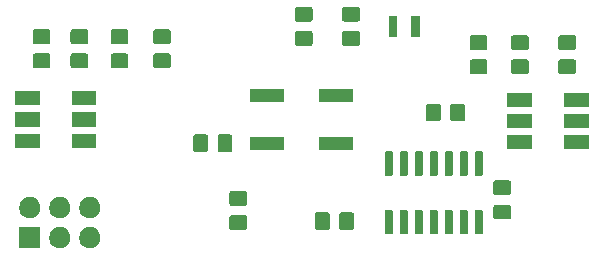
<source format=gbr>
G04 #@! TF.GenerationSoftware,KiCad,Pcbnew,(5.1.5)-3*
G04 #@! TF.CreationDate,2020-04-26T14:17:37-06:00*
G04 #@! TF.ProjectId,Dog Collar Light R1,446f6720-436f-46c6-9c61-72204c696768,rev?*
G04 #@! TF.SameCoordinates,Original*
G04 #@! TF.FileFunction,Soldermask,Top*
G04 #@! TF.FilePolarity,Negative*
%FSLAX46Y46*%
G04 Gerber Fmt 4.6, Leading zero omitted, Abs format (unit mm)*
G04 Created by KiCad (PCBNEW (5.1.5)-3) date 2020-04-26 14:17:37*
%MOMM*%
%LPD*%
G04 APERTURE LIST*
%ADD10C,0.100000*%
G04 APERTURE END LIST*
D10*
G36*
X158901000Y-124901000D02*
G01*
X157099000Y-124901000D01*
X157099000Y-123099000D01*
X158901000Y-123099000D01*
X158901000Y-124901000D01*
G37*
G36*
X160653512Y-123103927D02*
G01*
X160802812Y-123133624D01*
X160966784Y-123201544D01*
X161114354Y-123300147D01*
X161239853Y-123425646D01*
X161338456Y-123573216D01*
X161406376Y-123737188D01*
X161441000Y-123911259D01*
X161441000Y-124088741D01*
X161406376Y-124262812D01*
X161338456Y-124426784D01*
X161239853Y-124574354D01*
X161114354Y-124699853D01*
X160966784Y-124798456D01*
X160802812Y-124866376D01*
X160653512Y-124896073D01*
X160628742Y-124901000D01*
X160451258Y-124901000D01*
X160426488Y-124896073D01*
X160277188Y-124866376D01*
X160113216Y-124798456D01*
X159965646Y-124699853D01*
X159840147Y-124574354D01*
X159741544Y-124426784D01*
X159673624Y-124262812D01*
X159639000Y-124088741D01*
X159639000Y-123911259D01*
X159673624Y-123737188D01*
X159741544Y-123573216D01*
X159840147Y-123425646D01*
X159965646Y-123300147D01*
X160113216Y-123201544D01*
X160277188Y-123133624D01*
X160426488Y-123103927D01*
X160451258Y-123099000D01*
X160628742Y-123099000D01*
X160653512Y-123103927D01*
G37*
G36*
X163193512Y-123103927D02*
G01*
X163342812Y-123133624D01*
X163506784Y-123201544D01*
X163654354Y-123300147D01*
X163779853Y-123425646D01*
X163878456Y-123573216D01*
X163946376Y-123737188D01*
X163981000Y-123911259D01*
X163981000Y-124088741D01*
X163946376Y-124262812D01*
X163878456Y-124426784D01*
X163779853Y-124574354D01*
X163654354Y-124699853D01*
X163506784Y-124798456D01*
X163342812Y-124866376D01*
X163193512Y-124896073D01*
X163168742Y-124901000D01*
X162991258Y-124901000D01*
X162966488Y-124896073D01*
X162817188Y-124866376D01*
X162653216Y-124798456D01*
X162505646Y-124699853D01*
X162380147Y-124574354D01*
X162281544Y-124426784D01*
X162213624Y-124262812D01*
X162179000Y-124088741D01*
X162179000Y-123911259D01*
X162213624Y-123737188D01*
X162281544Y-123573216D01*
X162380147Y-123425646D01*
X162505646Y-123300147D01*
X162653216Y-123201544D01*
X162817188Y-123133624D01*
X162966488Y-123103927D01*
X162991258Y-123099000D01*
X163168742Y-123099000D01*
X163193512Y-123103927D01*
G37*
G36*
X193729928Y-121651764D02*
G01*
X193751009Y-121658160D01*
X193770445Y-121668548D01*
X193787476Y-121682524D01*
X193801452Y-121699555D01*
X193811840Y-121718991D01*
X193818236Y-121740072D01*
X193821000Y-121768140D01*
X193821000Y-123581860D01*
X193818236Y-123609928D01*
X193811840Y-123631009D01*
X193801452Y-123650445D01*
X193787476Y-123667476D01*
X193770445Y-123681452D01*
X193751009Y-123691840D01*
X193729928Y-123698236D01*
X193701860Y-123701000D01*
X193238140Y-123701000D01*
X193210072Y-123698236D01*
X193188991Y-123691840D01*
X193169555Y-123681452D01*
X193152524Y-123667476D01*
X193138548Y-123650445D01*
X193128160Y-123631009D01*
X193121764Y-123609928D01*
X193119000Y-123581860D01*
X193119000Y-121768140D01*
X193121764Y-121740072D01*
X193128160Y-121718991D01*
X193138548Y-121699555D01*
X193152524Y-121682524D01*
X193169555Y-121668548D01*
X193188991Y-121658160D01*
X193210072Y-121651764D01*
X193238140Y-121649000D01*
X193701860Y-121649000D01*
X193729928Y-121651764D01*
G37*
G36*
X188649928Y-121651764D02*
G01*
X188671009Y-121658160D01*
X188690445Y-121668548D01*
X188707476Y-121682524D01*
X188721452Y-121699555D01*
X188731840Y-121718991D01*
X188738236Y-121740072D01*
X188741000Y-121768140D01*
X188741000Y-123581860D01*
X188738236Y-123609928D01*
X188731840Y-123631009D01*
X188721452Y-123650445D01*
X188707476Y-123667476D01*
X188690445Y-123681452D01*
X188671009Y-123691840D01*
X188649928Y-123698236D01*
X188621860Y-123701000D01*
X188158140Y-123701000D01*
X188130072Y-123698236D01*
X188108991Y-123691840D01*
X188089555Y-123681452D01*
X188072524Y-123667476D01*
X188058548Y-123650445D01*
X188048160Y-123631009D01*
X188041764Y-123609928D01*
X188039000Y-123581860D01*
X188039000Y-121768140D01*
X188041764Y-121740072D01*
X188048160Y-121718991D01*
X188058548Y-121699555D01*
X188072524Y-121682524D01*
X188089555Y-121668548D01*
X188108991Y-121658160D01*
X188130072Y-121651764D01*
X188158140Y-121649000D01*
X188621860Y-121649000D01*
X188649928Y-121651764D01*
G37*
G36*
X189919928Y-121651764D02*
G01*
X189941009Y-121658160D01*
X189960445Y-121668548D01*
X189977476Y-121682524D01*
X189991452Y-121699555D01*
X190001840Y-121718991D01*
X190008236Y-121740072D01*
X190011000Y-121768140D01*
X190011000Y-123581860D01*
X190008236Y-123609928D01*
X190001840Y-123631009D01*
X189991452Y-123650445D01*
X189977476Y-123667476D01*
X189960445Y-123681452D01*
X189941009Y-123691840D01*
X189919928Y-123698236D01*
X189891860Y-123701000D01*
X189428140Y-123701000D01*
X189400072Y-123698236D01*
X189378991Y-123691840D01*
X189359555Y-123681452D01*
X189342524Y-123667476D01*
X189328548Y-123650445D01*
X189318160Y-123631009D01*
X189311764Y-123609928D01*
X189309000Y-123581860D01*
X189309000Y-121768140D01*
X189311764Y-121740072D01*
X189318160Y-121718991D01*
X189328548Y-121699555D01*
X189342524Y-121682524D01*
X189359555Y-121668548D01*
X189378991Y-121658160D01*
X189400072Y-121651764D01*
X189428140Y-121649000D01*
X189891860Y-121649000D01*
X189919928Y-121651764D01*
G37*
G36*
X191189928Y-121651764D02*
G01*
X191211009Y-121658160D01*
X191230445Y-121668548D01*
X191247476Y-121682524D01*
X191261452Y-121699555D01*
X191271840Y-121718991D01*
X191278236Y-121740072D01*
X191281000Y-121768140D01*
X191281000Y-123581860D01*
X191278236Y-123609928D01*
X191271840Y-123631009D01*
X191261452Y-123650445D01*
X191247476Y-123667476D01*
X191230445Y-123681452D01*
X191211009Y-123691840D01*
X191189928Y-123698236D01*
X191161860Y-123701000D01*
X190698140Y-123701000D01*
X190670072Y-123698236D01*
X190648991Y-123691840D01*
X190629555Y-123681452D01*
X190612524Y-123667476D01*
X190598548Y-123650445D01*
X190588160Y-123631009D01*
X190581764Y-123609928D01*
X190579000Y-123581860D01*
X190579000Y-121768140D01*
X190581764Y-121740072D01*
X190588160Y-121718991D01*
X190598548Y-121699555D01*
X190612524Y-121682524D01*
X190629555Y-121668548D01*
X190648991Y-121658160D01*
X190670072Y-121651764D01*
X190698140Y-121649000D01*
X191161860Y-121649000D01*
X191189928Y-121651764D01*
G37*
G36*
X192459928Y-121651764D02*
G01*
X192481009Y-121658160D01*
X192500445Y-121668548D01*
X192517476Y-121682524D01*
X192531452Y-121699555D01*
X192541840Y-121718991D01*
X192548236Y-121740072D01*
X192551000Y-121768140D01*
X192551000Y-123581860D01*
X192548236Y-123609928D01*
X192541840Y-123631009D01*
X192531452Y-123650445D01*
X192517476Y-123667476D01*
X192500445Y-123681452D01*
X192481009Y-123691840D01*
X192459928Y-123698236D01*
X192431860Y-123701000D01*
X191968140Y-123701000D01*
X191940072Y-123698236D01*
X191918991Y-123691840D01*
X191899555Y-123681452D01*
X191882524Y-123667476D01*
X191868548Y-123650445D01*
X191858160Y-123631009D01*
X191851764Y-123609928D01*
X191849000Y-123581860D01*
X191849000Y-121768140D01*
X191851764Y-121740072D01*
X191858160Y-121718991D01*
X191868548Y-121699555D01*
X191882524Y-121682524D01*
X191899555Y-121668548D01*
X191918991Y-121658160D01*
X191940072Y-121651764D01*
X191968140Y-121649000D01*
X192431860Y-121649000D01*
X192459928Y-121651764D01*
G37*
G36*
X194999928Y-121651764D02*
G01*
X195021009Y-121658160D01*
X195040445Y-121668548D01*
X195057476Y-121682524D01*
X195071452Y-121699555D01*
X195081840Y-121718991D01*
X195088236Y-121740072D01*
X195091000Y-121768140D01*
X195091000Y-123581860D01*
X195088236Y-123609928D01*
X195081840Y-123631009D01*
X195071452Y-123650445D01*
X195057476Y-123667476D01*
X195040445Y-123681452D01*
X195021009Y-123691840D01*
X194999928Y-123698236D01*
X194971860Y-123701000D01*
X194508140Y-123701000D01*
X194480072Y-123698236D01*
X194458991Y-123691840D01*
X194439555Y-123681452D01*
X194422524Y-123667476D01*
X194408548Y-123650445D01*
X194398160Y-123631009D01*
X194391764Y-123609928D01*
X194389000Y-123581860D01*
X194389000Y-121768140D01*
X194391764Y-121740072D01*
X194398160Y-121718991D01*
X194408548Y-121699555D01*
X194422524Y-121682524D01*
X194439555Y-121668548D01*
X194458991Y-121658160D01*
X194480072Y-121651764D01*
X194508140Y-121649000D01*
X194971860Y-121649000D01*
X194999928Y-121651764D01*
G37*
G36*
X196269928Y-121651764D02*
G01*
X196291009Y-121658160D01*
X196310445Y-121668548D01*
X196327476Y-121682524D01*
X196341452Y-121699555D01*
X196351840Y-121718991D01*
X196358236Y-121740072D01*
X196361000Y-121768140D01*
X196361000Y-123581860D01*
X196358236Y-123609928D01*
X196351840Y-123631009D01*
X196341452Y-123650445D01*
X196327476Y-123667476D01*
X196310445Y-123681452D01*
X196291009Y-123691840D01*
X196269928Y-123698236D01*
X196241860Y-123701000D01*
X195778140Y-123701000D01*
X195750072Y-123698236D01*
X195728991Y-123691840D01*
X195709555Y-123681452D01*
X195692524Y-123667476D01*
X195678548Y-123650445D01*
X195668160Y-123631009D01*
X195661764Y-123609928D01*
X195659000Y-123581860D01*
X195659000Y-121768140D01*
X195661764Y-121740072D01*
X195668160Y-121718991D01*
X195678548Y-121699555D01*
X195692524Y-121682524D01*
X195709555Y-121668548D01*
X195728991Y-121658160D01*
X195750072Y-121651764D01*
X195778140Y-121649000D01*
X196241860Y-121649000D01*
X196269928Y-121651764D01*
G37*
G36*
X176238674Y-122103465D02*
G01*
X176276367Y-122114899D01*
X176311103Y-122133466D01*
X176341548Y-122158452D01*
X176366534Y-122188897D01*
X176385101Y-122223633D01*
X176396535Y-122261326D01*
X176401000Y-122306661D01*
X176401000Y-123143339D01*
X176396535Y-123188674D01*
X176385101Y-123226367D01*
X176366534Y-123261103D01*
X176341548Y-123291548D01*
X176311103Y-123316534D01*
X176276367Y-123335101D01*
X176238674Y-123346535D01*
X176193339Y-123351000D01*
X175106661Y-123351000D01*
X175061326Y-123346535D01*
X175023633Y-123335101D01*
X174988897Y-123316534D01*
X174958452Y-123291548D01*
X174933466Y-123261103D01*
X174914899Y-123226367D01*
X174903465Y-123188674D01*
X174899000Y-123143339D01*
X174899000Y-122306661D01*
X174903465Y-122261326D01*
X174914899Y-122223633D01*
X174933466Y-122188897D01*
X174958452Y-122158452D01*
X174988897Y-122133466D01*
X175023633Y-122114899D01*
X175061326Y-122103465D01*
X175106661Y-122099000D01*
X176193339Y-122099000D01*
X176238674Y-122103465D01*
G37*
G36*
X183238674Y-121853465D02*
G01*
X183276367Y-121864899D01*
X183311103Y-121883466D01*
X183341548Y-121908452D01*
X183366534Y-121938897D01*
X183385101Y-121973633D01*
X183396535Y-122011326D01*
X183401000Y-122056661D01*
X183401000Y-123143339D01*
X183396535Y-123188674D01*
X183385101Y-123226367D01*
X183366534Y-123261103D01*
X183341548Y-123291548D01*
X183311103Y-123316534D01*
X183276367Y-123335101D01*
X183238674Y-123346535D01*
X183193339Y-123351000D01*
X182356661Y-123351000D01*
X182311326Y-123346535D01*
X182273633Y-123335101D01*
X182238897Y-123316534D01*
X182208452Y-123291548D01*
X182183466Y-123261103D01*
X182164899Y-123226367D01*
X182153465Y-123188674D01*
X182149000Y-123143339D01*
X182149000Y-122056661D01*
X182153465Y-122011326D01*
X182164899Y-121973633D01*
X182183466Y-121938897D01*
X182208452Y-121908452D01*
X182238897Y-121883466D01*
X182273633Y-121864899D01*
X182311326Y-121853465D01*
X182356661Y-121849000D01*
X183193339Y-121849000D01*
X183238674Y-121853465D01*
G37*
G36*
X185288674Y-121853465D02*
G01*
X185326367Y-121864899D01*
X185361103Y-121883466D01*
X185391548Y-121908452D01*
X185416534Y-121938897D01*
X185435101Y-121973633D01*
X185446535Y-122011326D01*
X185451000Y-122056661D01*
X185451000Y-123143339D01*
X185446535Y-123188674D01*
X185435101Y-123226367D01*
X185416534Y-123261103D01*
X185391548Y-123291548D01*
X185361103Y-123316534D01*
X185326367Y-123335101D01*
X185288674Y-123346535D01*
X185243339Y-123351000D01*
X184406661Y-123351000D01*
X184361326Y-123346535D01*
X184323633Y-123335101D01*
X184288897Y-123316534D01*
X184258452Y-123291548D01*
X184233466Y-123261103D01*
X184214899Y-123226367D01*
X184203465Y-123188674D01*
X184199000Y-123143339D01*
X184199000Y-122056661D01*
X184203465Y-122011326D01*
X184214899Y-121973633D01*
X184233466Y-121938897D01*
X184258452Y-121908452D01*
X184288897Y-121883466D01*
X184323633Y-121864899D01*
X184361326Y-121853465D01*
X184406661Y-121849000D01*
X185243339Y-121849000D01*
X185288674Y-121853465D01*
G37*
G36*
X198588674Y-121203465D02*
G01*
X198626367Y-121214899D01*
X198661103Y-121233466D01*
X198691548Y-121258452D01*
X198716534Y-121288897D01*
X198735101Y-121323633D01*
X198746535Y-121361326D01*
X198751000Y-121406661D01*
X198751000Y-122243339D01*
X198746535Y-122288674D01*
X198735101Y-122326367D01*
X198716534Y-122361103D01*
X198691548Y-122391548D01*
X198661103Y-122416534D01*
X198626367Y-122435101D01*
X198588674Y-122446535D01*
X198543339Y-122451000D01*
X197456661Y-122451000D01*
X197411326Y-122446535D01*
X197373633Y-122435101D01*
X197338897Y-122416534D01*
X197308452Y-122391548D01*
X197283466Y-122361103D01*
X197264899Y-122326367D01*
X197253465Y-122288674D01*
X197249000Y-122243339D01*
X197249000Y-121406661D01*
X197253465Y-121361326D01*
X197264899Y-121323633D01*
X197283466Y-121288897D01*
X197308452Y-121258452D01*
X197338897Y-121233466D01*
X197373633Y-121214899D01*
X197411326Y-121203465D01*
X197456661Y-121199000D01*
X198543339Y-121199000D01*
X198588674Y-121203465D01*
G37*
G36*
X163193512Y-120563927D02*
G01*
X163342812Y-120593624D01*
X163506784Y-120661544D01*
X163654354Y-120760147D01*
X163779853Y-120885646D01*
X163878456Y-121033216D01*
X163946376Y-121197188D01*
X163981000Y-121371259D01*
X163981000Y-121548741D01*
X163946376Y-121722812D01*
X163878456Y-121886784D01*
X163779853Y-122034354D01*
X163654354Y-122159853D01*
X163506784Y-122258456D01*
X163342812Y-122326376D01*
X163193512Y-122356073D01*
X163168742Y-122361000D01*
X162991258Y-122361000D01*
X162966488Y-122356073D01*
X162817188Y-122326376D01*
X162653216Y-122258456D01*
X162505646Y-122159853D01*
X162380147Y-122034354D01*
X162281544Y-121886784D01*
X162213624Y-121722812D01*
X162179000Y-121548741D01*
X162179000Y-121371259D01*
X162213624Y-121197188D01*
X162281544Y-121033216D01*
X162380147Y-120885646D01*
X162505646Y-120760147D01*
X162653216Y-120661544D01*
X162817188Y-120593624D01*
X162966488Y-120563927D01*
X162991258Y-120559000D01*
X163168742Y-120559000D01*
X163193512Y-120563927D01*
G37*
G36*
X160653512Y-120563927D02*
G01*
X160802812Y-120593624D01*
X160966784Y-120661544D01*
X161114354Y-120760147D01*
X161239853Y-120885646D01*
X161338456Y-121033216D01*
X161406376Y-121197188D01*
X161441000Y-121371259D01*
X161441000Y-121548741D01*
X161406376Y-121722812D01*
X161338456Y-121886784D01*
X161239853Y-122034354D01*
X161114354Y-122159853D01*
X160966784Y-122258456D01*
X160802812Y-122326376D01*
X160653512Y-122356073D01*
X160628742Y-122361000D01*
X160451258Y-122361000D01*
X160426488Y-122356073D01*
X160277188Y-122326376D01*
X160113216Y-122258456D01*
X159965646Y-122159853D01*
X159840147Y-122034354D01*
X159741544Y-121886784D01*
X159673624Y-121722812D01*
X159639000Y-121548741D01*
X159639000Y-121371259D01*
X159673624Y-121197188D01*
X159741544Y-121033216D01*
X159840147Y-120885646D01*
X159965646Y-120760147D01*
X160113216Y-120661544D01*
X160277188Y-120593624D01*
X160426488Y-120563927D01*
X160451258Y-120559000D01*
X160628742Y-120559000D01*
X160653512Y-120563927D01*
G37*
G36*
X158113512Y-120563927D02*
G01*
X158262812Y-120593624D01*
X158426784Y-120661544D01*
X158574354Y-120760147D01*
X158699853Y-120885646D01*
X158798456Y-121033216D01*
X158866376Y-121197188D01*
X158901000Y-121371259D01*
X158901000Y-121548741D01*
X158866376Y-121722812D01*
X158798456Y-121886784D01*
X158699853Y-122034354D01*
X158574354Y-122159853D01*
X158426784Y-122258456D01*
X158262812Y-122326376D01*
X158113512Y-122356073D01*
X158088742Y-122361000D01*
X157911258Y-122361000D01*
X157886488Y-122356073D01*
X157737188Y-122326376D01*
X157573216Y-122258456D01*
X157425646Y-122159853D01*
X157300147Y-122034354D01*
X157201544Y-121886784D01*
X157133624Y-121722812D01*
X157099000Y-121548741D01*
X157099000Y-121371259D01*
X157133624Y-121197188D01*
X157201544Y-121033216D01*
X157300147Y-120885646D01*
X157425646Y-120760147D01*
X157573216Y-120661544D01*
X157737188Y-120593624D01*
X157886488Y-120563927D01*
X157911258Y-120559000D01*
X158088742Y-120559000D01*
X158113512Y-120563927D01*
G37*
G36*
X176238674Y-120053465D02*
G01*
X176276367Y-120064899D01*
X176311103Y-120083466D01*
X176341548Y-120108452D01*
X176366534Y-120138897D01*
X176385101Y-120173633D01*
X176396535Y-120211326D01*
X176401000Y-120256661D01*
X176401000Y-121093339D01*
X176396535Y-121138674D01*
X176385101Y-121176367D01*
X176366534Y-121211103D01*
X176341548Y-121241548D01*
X176311103Y-121266534D01*
X176276367Y-121285101D01*
X176238674Y-121296535D01*
X176193339Y-121301000D01*
X175106661Y-121301000D01*
X175061326Y-121296535D01*
X175023633Y-121285101D01*
X174988897Y-121266534D01*
X174958452Y-121241548D01*
X174933466Y-121211103D01*
X174914899Y-121176367D01*
X174903465Y-121138674D01*
X174899000Y-121093339D01*
X174899000Y-120256661D01*
X174903465Y-120211326D01*
X174914899Y-120173633D01*
X174933466Y-120138897D01*
X174958452Y-120108452D01*
X174988897Y-120083466D01*
X175023633Y-120064899D01*
X175061326Y-120053465D01*
X175106661Y-120049000D01*
X176193339Y-120049000D01*
X176238674Y-120053465D01*
G37*
G36*
X198588674Y-119153465D02*
G01*
X198626367Y-119164899D01*
X198661103Y-119183466D01*
X198691548Y-119208452D01*
X198716534Y-119238897D01*
X198735101Y-119273633D01*
X198746535Y-119311326D01*
X198751000Y-119356661D01*
X198751000Y-120193339D01*
X198746535Y-120238674D01*
X198735101Y-120276367D01*
X198716534Y-120311103D01*
X198691548Y-120341548D01*
X198661103Y-120366534D01*
X198626367Y-120385101D01*
X198588674Y-120396535D01*
X198543339Y-120401000D01*
X197456661Y-120401000D01*
X197411326Y-120396535D01*
X197373633Y-120385101D01*
X197338897Y-120366534D01*
X197308452Y-120341548D01*
X197283466Y-120311103D01*
X197264899Y-120276367D01*
X197253465Y-120238674D01*
X197249000Y-120193339D01*
X197249000Y-119356661D01*
X197253465Y-119311326D01*
X197264899Y-119273633D01*
X197283466Y-119238897D01*
X197308452Y-119208452D01*
X197338897Y-119183466D01*
X197373633Y-119164899D01*
X197411326Y-119153465D01*
X197456661Y-119149000D01*
X198543339Y-119149000D01*
X198588674Y-119153465D01*
G37*
G36*
X192459928Y-116701764D02*
G01*
X192481009Y-116708160D01*
X192500445Y-116718548D01*
X192517476Y-116732524D01*
X192531452Y-116749555D01*
X192541840Y-116768991D01*
X192548236Y-116790072D01*
X192551000Y-116818140D01*
X192551000Y-118631860D01*
X192548236Y-118659928D01*
X192541840Y-118681009D01*
X192531452Y-118700445D01*
X192517476Y-118717476D01*
X192500445Y-118731452D01*
X192481009Y-118741840D01*
X192459928Y-118748236D01*
X192431860Y-118751000D01*
X191968140Y-118751000D01*
X191940072Y-118748236D01*
X191918991Y-118741840D01*
X191899555Y-118731452D01*
X191882524Y-118717476D01*
X191868548Y-118700445D01*
X191858160Y-118681009D01*
X191851764Y-118659928D01*
X191849000Y-118631860D01*
X191849000Y-116818140D01*
X191851764Y-116790072D01*
X191858160Y-116768991D01*
X191868548Y-116749555D01*
X191882524Y-116732524D01*
X191899555Y-116718548D01*
X191918991Y-116708160D01*
X191940072Y-116701764D01*
X191968140Y-116699000D01*
X192431860Y-116699000D01*
X192459928Y-116701764D01*
G37*
G36*
X191189928Y-116701764D02*
G01*
X191211009Y-116708160D01*
X191230445Y-116718548D01*
X191247476Y-116732524D01*
X191261452Y-116749555D01*
X191271840Y-116768991D01*
X191278236Y-116790072D01*
X191281000Y-116818140D01*
X191281000Y-118631860D01*
X191278236Y-118659928D01*
X191271840Y-118681009D01*
X191261452Y-118700445D01*
X191247476Y-118717476D01*
X191230445Y-118731452D01*
X191211009Y-118741840D01*
X191189928Y-118748236D01*
X191161860Y-118751000D01*
X190698140Y-118751000D01*
X190670072Y-118748236D01*
X190648991Y-118741840D01*
X190629555Y-118731452D01*
X190612524Y-118717476D01*
X190598548Y-118700445D01*
X190588160Y-118681009D01*
X190581764Y-118659928D01*
X190579000Y-118631860D01*
X190579000Y-116818140D01*
X190581764Y-116790072D01*
X190588160Y-116768991D01*
X190598548Y-116749555D01*
X190612524Y-116732524D01*
X190629555Y-116718548D01*
X190648991Y-116708160D01*
X190670072Y-116701764D01*
X190698140Y-116699000D01*
X191161860Y-116699000D01*
X191189928Y-116701764D01*
G37*
G36*
X188649928Y-116701764D02*
G01*
X188671009Y-116708160D01*
X188690445Y-116718548D01*
X188707476Y-116732524D01*
X188721452Y-116749555D01*
X188731840Y-116768991D01*
X188738236Y-116790072D01*
X188741000Y-116818140D01*
X188741000Y-118631860D01*
X188738236Y-118659928D01*
X188731840Y-118681009D01*
X188721452Y-118700445D01*
X188707476Y-118717476D01*
X188690445Y-118731452D01*
X188671009Y-118741840D01*
X188649928Y-118748236D01*
X188621860Y-118751000D01*
X188158140Y-118751000D01*
X188130072Y-118748236D01*
X188108991Y-118741840D01*
X188089555Y-118731452D01*
X188072524Y-118717476D01*
X188058548Y-118700445D01*
X188048160Y-118681009D01*
X188041764Y-118659928D01*
X188039000Y-118631860D01*
X188039000Y-116818140D01*
X188041764Y-116790072D01*
X188048160Y-116768991D01*
X188058548Y-116749555D01*
X188072524Y-116732524D01*
X188089555Y-116718548D01*
X188108991Y-116708160D01*
X188130072Y-116701764D01*
X188158140Y-116699000D01*
X188621860Y-116699000D01*
X188649928Y-116701764D01*
G37*
G36*
X193729928Y-116701764D02*
G01*
X193751009Y-116708160D01*
X193770445Y-116718548D01*
X193787476Y-116732524D01*
X193801452Y-116749555D01*
X193811840Y-116768991D01*
X193818236Y-116790072D01*
X193821000Y-116818140D01*
X193821000Y-118631860D01*
X193818236Y-118659928D01*
X193811840Y-118681009D01*
X193801452Y-118700445D01*
X193787476Y-118717476D01*
X193770445Y-118731452D01*
X193751009Y-118741840D01*
X193729928Y-118748236D01*
X193701860Y-118751000D01*
X193238140Y-118751000D01*
X193210072Y-118748236D01*
X193188991Y-118741840D01*
X193169555Y-118731452D01*
X193152524Y-118717476D01*
X193138548Y-118700445D01*
X193128160Y-118681009D01*
X193121764Y-118659928D01*
X193119000Y-118631860D01*
X193119000Y-116818140D01*
X193121764Y-116790072D01*
X193128160Y-116768991D01*
X193138548Y-116749555D01*
X193152524Y-116732524D01*
X193169555Y-116718548D01*
X193188991Y-116708160D01*
X193210072Y-116701764D01*
X193238140Y-116699000D01*
X193701860Y-116699000D01*
X193729928Y-116701764D01*
G37*
G36*
X194999928Y-116701764D02*
G01*
X195021009Y-116708160D01*
X195040445Y-116718548D01*
X195057476Y-116732524D01*
X195071452Y-116749555D01*
X195081840Y-116768991D01*
X195088236Y-116790072D01*
X195091000Y-116818140D01*
X195091000Y-118631860D01*
X195088236Y-118659928D01*
X195081840Y-118681009D01*
X195071452Y-118700445D01*
X195057476Y-118717476D01*
X195040445Y-118731452D01*
X195021009Y-118741840D01*
X194999928Y-118748236D01*
X194971860Y-118751000D01*
X194508140Y-118751000D01*
X194480072Y-118748236D01*
X194458991Y-118741840D01*
X194439555Y-118731452D01*
X194422524Y-118717476D01*
X194408548Y-118700445D01*
X194398160Y-118681009D01*
X194391764Y-118659928D01*
X194389000Y-118631860D01*
X194389000Y-116818140D01*
X194391764Y-116790072D01*
X194398160Y-116768991D01*
X194408548Y-116749555D01*
X194422524Y-116732524D01*
X194439555Y-116718548D01*
X194458991Y-116708160D01*
X194480072Y-116701764D01*
X194508140Y-116699000D01*
X194971860Y-116699000D01*
X194999928Y-116701764D01*
G37*
G36*
X196269928Y-116701764D02*
G01*
X196291009Y-116708160D01*
X196310445Y-116718548D01*
X196327476Y-116732524D01*
X196341452Y-116749555D01*
X196351840Y-116768991D01*
X196358236Y-116790072D01*
X196361000Y-116818140D01*
X196361000Y-118631860D01*
X196358236Y-118659928D01*
X196351840Y-118681009D01*
X196341452Y-118700445D01*
X196327476Y-118717476D01*
X196310445Y-118731452D01*
X196291009Y-118741840D01*
X196269928Y-118748236D01*
X196241860Y-118751000D01*
X195778140Y-118751000D01*
X195750072Y-118748236D01*
X195728991Y-118741840D01*
X195709555Y-118731452D01*
X195692524Y-118717476D01*
X195678548Y-118700445D01*
X195668160Y-118681009D01*
X195661764Y-118659928D01*
X195659000Y-118631860D01*
X195659000Y-116818140D01*
X195661764Y-116790072D01*
X195668160Y-116768991D01*
X195678548Y-116749555D01*
X195692524Y-116732524D01*
X195709555Y-116718548D01*
X195728991Y-116708160D01*
X195750072Y-116701764D01*
X195778140Y-116699000D01*
X196241860Y-116699000D01*
X196269928Y-116701764D01*
G37*
G36*
X189919928Y-116701764D02*
G01*
X189941009Y-116708160D01*
X189960445Y-116718548D01*
X189977476Y-116732524D01*
X189991452Y-116749555D01*
X190001840Y-116768991D01*
X190008236Y-116790072D01*
X190011000Y-116818140D01*
X190011000Y-118631860D01*
X190008236Y-118659928D01*
X190001840Y-118681009D01*
X189991452Y-118700445D01*
X189977476Y-118717476D01*
X189960445Y-118731452D01*
X189941009Y-118741840D01*
X189919928Y-118748236D01*
X189891860Y-118751000D01*
X189428140Y-118751000D01*
X189400072Y-118748236D01*
X189378991Y-118741840D01*
X189359555Y-118731452D01*
X189342524Y-118717476D01*
X189328548Y-118700445D01*
X189318160Y-118681009D01*
X189311764Y-118659928D01*
X189309000Y-118631860D01*
X189309000Y-116818140D01*
X189311764Y-116790072D01*
X189318160Y-116768991D01*
X189328548Y-116749555D01*
X189342524Y-116732524D01*
X189359555Y-116718548D01*
X189378991Y-116708160D01*
X189400072Y-116701764D01*
X189428140Y-116699000D01*
X189891860Y-116699000D01*
X189919928Y-116701764D01*
G37*
G36*
X174988674Y-115253465D02*
G01*
X175026367Y-115264899D01*
X175061103Y-115283466D01*
X175091548Y-115308452D01*
X175116534Y-115338897D01*
X175135101Y-115373633D01*
X175146535Y-115411326D01*
X175151000Y-115456661D01*
X175151000Y-116543339D01*
X175146535Y-116588674D01*
X175135101Y-116626367D01*
X175116534Y-116661103D01*
X175091548Y-116691548D01*
X175061103Y-116716534D01*
X175026367Y-116735101D01*
X174988674Y-116746535D01*
X174943339Y-116751000D01*
X174106661Y-116751000D01*
X174061326Y-116746535D01*
X174023633Y-116735101D01*
X173988897Y-116716534D01*
X173958452Y-116691548D01*
X173933466Y-116661103D01*
X173914899Y-116626367D01*
X173903465Y-116588674D01*
X173899000Y-116543339D01*
X173899000Y-115456661D01*
X173903465Y-115411326D01*
X173914899Y-115373633D01*
X173933466Y-115338897D01*
X173958452Y-115308452D01*
X173988897Y-115283466D01*
X174023633Y-115264899D01*
X174061326Y-115253465D01*
X174106661Y-115249000D01*
X174943339Y-115249000D01*
X174988674Y-115253465D01*
G37*
G36*
X172938674Y-115253465D02*
G01*
X172976367Y-115264899D01*
X173011103Y-115283466D01*
X173041548Y-115308452D01*
X173066534Y-115338897D01*
X173085101Y-115373633D01*
X173096535Y-115411326D01*
X173101000Y-115456661D01*
X173101000Y-116543339D01*
X173096535Y-116588674D01*
X173085101Y-116626367D01*
X173066534Y-116661103D01*
X173041548Y-116691548D01*
X173011103Y-116716534D01*
X172976367Y-116735101D01*
X172938674Y-116746535D01*
X172893339Y-116751000D01*
X172056661Y-116751000D01*
X172011326Y-116746535D01*
X171973633Y-116735101D01*
X171938897Y-116716534D01*
X171908452Y-116691548D01*
X171883466Y-116661103D01*
X171864899Y-116626367D01*
X171853465Y-116588674D01*
X171849000Y-116543339D01*
X171849000Y-115456661D01*
X171853465Y-115411326D01*
X171864899Y-115373633D01*
X171883466Y-115338897D01*
X171908452Y-115308452D01*
X171938897Y-115283466D01*
X171973633Y-115264899D01*
X172011326Y-115253465D01*
X172056661Y-115249000D01*
X172893339Y-115249000D01*
X172938674Y-115253465D01*
G37*
G36*
X185351000Y-116551000D02*
G01*
X182449000Y-116551000D01*
X182449000Y-115449000D01*
X185351000Y-115449000D01*
X185351000Y-116551000D01*
G37*
G36*
X179551000Y-116551000D02*
G01*
X176649000Y-116551000D01*
X176649000Y-115449000D01*
X179551000Y-115449000D01*
X179551000Y-116551000D01*
G37*
G36*
X200526000Y-116526000D02*
G01*
X198424000Y-116526000D01*
X198424000Y-115324000D01*
X200526000Y-115324000D01*
X200526000Y-116526000D01*
G37*
G36*
X205326000Y-116526000D02*
G01*
X203224000Y-116526000D01*
X203224000Y-115324000D01*
X205326000Y-115324000D01*
X205326000Y-116526000D01*
G37*
G36*
X158851000Y-116401000D02*
G01*
X156749000Y-116401000D01*
X156749000Y-115199000D01*
X158851000Y-115199000D01*
X158851000Y-116401000D01*
G37*
G36*
X163651000Y-116401000D02*
G01*
X161549000Y-116401000D01*
X161549000Y-115199000D01*
X163651000Y-115199000D01*
X163651000Y-116401000D01*
G37*
G36*
X205326000Y-114726000D02*
G01*
X203224000Y-114726000D01*
X203224000Y-113524000D01*
X205326000Y-113524000D01*
X205326000Y-114726000D01*
G37*
G36*
X200526000Y-114726000D02*
G01*
X198424000Y-114726000D01*
X198424000Y-113524000D01*
X200526000Y-113524000D01*
X200526000Y-114726000D01*
G37*
G36*
X163651000Y-114601000D02*
G01*
X161549000Y-114601000D01*
X161549000Y-113399000D01*
X163651000Y-113399000D01*
X163651000Y-114601000D01*
G37*
G36*
X158851000Y-114601000D02*
G01*
X156749000Y-114601000D01*
X156749000Y-113399000D01*
X158851000Y-113399000D01*
X158851000Y-114601000D01*
G37*
G36*
X194688674Y-112653465D02*
G01*
X194726367Y-112664899D01*
X194761103Y-112683466D01*
X194791548Y-112708452D01*
X194816534Y-112738897D01*
X194835101Y-112773633D01*
X194846535Y-112811326D01*
X194851000Y-112856661D01*
X194851000Y-113943339D01*
X194846535Y-113988674D01*
X194835101Y-114026367D01*
X194816534Y-114061103D01*
X194791548Y-114091548D01*
X194761103Y-114116534D01*
X194726367Y-114135101D01*
X194688674Y-114146535D01*
X194643339Y-114151000D01*
X193806661Y-114151000D01*
X193761326Y-114146535D01*
X193723633Y-114135101D01*
X193688897Y-114116534D01*
X193658452Y-114091548D01*
X193633466Y-114061103D01*
X193614899Y-114026367D01*
X193603465Y-113988674D01*
X193599000Y-113943339D01*
X193599000Y-112856661D01*
X193603465Y-112811326D01*
X193614899Y-112773633D01*
X193633466Y-112738897D01*
X193658452Y-112708452D01*
X193688897Y-112683466D01*
X193723633Y-112664899D01*
X193761326Y-112653465D01*
X193806661Y-112649000D01*
X194643339Y-112649000D01*
X194688674Y-112653465D01*
G37*
G36*
X192638674Y-112653465D02*
G01*
X192676367Y-112664899D01*
X192711103Y-112683466D01*
X192741548Y-112708452D01*
X192766534Y-112738897D01*
X192785101Y-112773633D01*
X192796535Y-112811326D01*
X192801000Y-112856661D01*
X192801000Y-113943339D01*
X192796535Y-113988674D01*
X192785101Y-114026367D01*
X192766534Y-114061103D01*
X192741548Y-114091548D01*
X192711103Y-114116534D01*
X192676367Y-114135101D01*
X192638674Y-114146535D01*
X192593339Y-114151000D01*
X191756661Y-114151000D01*
X191711326Y-114146535D01*
X191673633Y-114135101D01*
X191638897Y-114116534D01*
X191608452Y-114091548D01*
X191583466Y-114061103D01*
X191564899Y-114026367D01*
X191553465Y-113988674D01*
X191549000Y-113943339D01*
X191549000Y-112856661D01*
X191553465Y-112811326D01*
X191564899Y-112773633D01*
X191583466Y-112738897D01*
X191608452Y-112708452D01*
X191638897Y-112683466D01*
X191673633Y-112664899D01*
X191711326Y-112653465D01*
X191756661Y-112649000D01*
X192593339Y-112649000D01*
X192638674Y-112653465D01*
G37*
G36*
X200526000Y-112926000D02*
G01*
X198424000Y-112926000D01*
X198424000Y-111724000D01*
X200526000Y-111724000D01*
X200526000Y-112926000D01*
G37*
G36*
X205326000Y-112926000D02*
G01*
X203224000Y-112926000D01*
X203224000Y-111724000D01*
X205326000Y-111724000D01*
X205326000Y-112926000D01*
G37*
G36*
X158851000Y-112801000D02*
G01*
X156749000Y-112801000D01*
X156749000Y-111599000D01*
X158851000Y-111599000D01*
X158851000Y-112801000D01*
G37*
G36*
X163651000Y-112801000D02*
G01*
X161549000Y-112801000D01*
X161549000Y-111599000D01*
X163651000Y-111599000D01*
X163651000Y-112801000D01*
G37*
G36*
X179551000Y-112551000D02*
G01*
X176649000Y-112551000D01*
X176649000Y-111449000D01*
X179551000Y-111449000D01*
X179551000Y-112551000D01*
G37*
G36*
X185351000Y-112551000D02*
G01*
X182449000Y-112551000D01*
X182449000Y-111449000D01*
X185351000Y-111449000D01*
X185351000Y-112551000D01*
G37*
G36*
X196588674Y-108903465D02*
G01*
X196626367Y-108914899D01*
X196661103Y-108933466D01*
X196691548Y-108958452D01*
X196716534Y-108988897D01*
X196735101Y-109023633D01*
X196746535Y-109061326D01*
X196751000Y-109106661D01*
X196751000Y-109943339D01*
X196746535Y-109988674D01*
X196735101Y-110026367D01*
X196716534Y-110061103D01*
X196691548Y-110091548D01*
X196661103Y-110116534D01*
X196626367Y-110135101D01*
X196588674Y-110146535D01*
X196543339Y-110151000D01*
X195456661Y-110151000D01*
X195411326Y-110146535D01*
X195373633Y-110135101D01*
X195338897Y-110116534D01*
X195308452Y-110091548D01*
X195283466Y-110061103D01*
X195264899Y-110026367D01*
X195253465Y-109988674D01*
X195249000Y-109943339D01*
X195249000Y-109106661D01*
X195253465Y-109061326D01*
X195264899Y-109023633D01*
X195283466Y-108988897D01*
X195308452Y-108958452D01*
X195338897Y-108933466D01*
X195373633Y-108914899D01*
X195411326Y-108903465D01*
X195456661Y-108899000D01*
X196543339Y-108899000D01*
X196588674Y-108903465D01*
G37*
G36*
X204088674Y-108903465D02*
G01*
X204126367Y-108914899D01*
X204161103Y-108933466D01*
X204191548Y-108958452D01*
X204216534Y-108988897D01*
X204235101Y-109023633D01*
X204246535Y-109061326D01*
X204251000Y-109106661D01*
X204251000Y-109943339D01*
X204246535Y-109988674D01*
X204235101Y-110026367D01*
X204216534Y-110061103D01*
X204191548Y-110091548D01*
X204161103Y-110116534D01*
X204126367Y-110135101D01*
X204088674Y-110146535D01*
X204043339Y-110151000D01*
X202956661Y-110151000D01*
X202911326Y-110146535D01*
X202873633Y-110135101D01*
X202838897Y-110116534D01*
X202808452Y-110091548D01*
X202783466Y-110061103D01*
X202764899Y-110026367D01*
X202753465Y-109988674D01*
X202749000Y-109943339D01*
X202749000Y-109106661D01*
X202753465Y-109061326D01*
X202764899Y-109023633D01*
X202783466Y-108988897D01*
X202808452Y-108958452D01*
X202838897Y-108933466D01*
X202873633Y-108914899D01*
X202911326Y-108903465D01*
X202956661Y-108899000D01*
X204043339Y-108899000D01*
X204088674Y-108903465D01*
G37*
G36*
X200088674Y-108903465D02*
G01*
X200126367Y-108914899D01*
X200161103Y-108933466D01*
X200191548Y-108958452D01*
X200216534Y-108988897D01*
X200235101Y-109023633D01*
X200246535Y-109061326D01*
X200251000Y-109106661D01*
X200251000Y-109943339D01*
X200246535Y-109988674D01*
X200235101Y-110026367D01*
X200216534Y-110061103D01*
X200191548Y-110091548D01*
X200161103Y-110116534D01*
X200126367Y-110135101D01*
X200088674Y-110146535D01*
X200043339Y-110151000D01*
X198956661Y-110151000D01*
X198911326Y-110146535D01*
X198873633Y-110135101D01*
X198838897Y-110116534D01*
X198808452Y-110091548D01*
X198783466Y-110061103D01*
X198764899Y-110026367D01*
X198753465Y-109988674D01*
X198749000Y-109943339D01*
X198749000Y-109106661D01*
X198753465Y-109061326D01*
X198764899Y-109023633D01*
X198783466Y-108988897D01*
X198808452Y-108958452D01*
X198838897Y-108933466D01*
X198873633Y-108914899D01*
X198911326Y-108903465D01*
X198956661Y-108899000D01*
X200043339Y-108899000D01*
X200088674Y-108903465D01*
G37*
G36*
X166188674Y-108403465D02*
G01*
X166226367Y-108414899D01*
X166261103Y-108433466D01*
X166291548Y-108458452D01*
X166316534Y-108488897D01*
X166335101Y-108523633D01*
X166346535Y-108561326D01*
X166351000Y-108606661D01*
X166351000Y-109443339D01*
X166346535Y-109488674D01*
X166335101Y-109526367D01*
X166316534Y-109561103D01*
X166291548Y-109591548D01*
X166261103Y-109616534D01*
X166226367Y-109635101D01*
X166188674Y-109646535D01*
X166143339Y-109651000D01*
X165056661Y-109651000D01*
X165011326Y-109646535D01*
X164973633Y-109635101D01*
X164938897Y-109616534D01*
X164908452Y-109591548D01*
X164883466Y-109561103D01*
X164864899Y-109526367D01*
X164853465Y-109488674D01*
X164849000Y-109443339D01*
X164849000Y-108606661D01*
X164853465Y-108561326D01*
X164864899Y-108523633D01*
X164883466Y-108488897D01*
X164908452Y-108458452D01*
X164938897Y-108433466D01*
X164973633Y-108414899D01*
X165011326Y-108403465D01*
X165056661Y-108399000D01*
X166143339Y-108399000D01*
X166188674Y-108403465D01*
G37*
G36*
X169788674Y-108403465D02*
G01*
X169826367Y-108414899D01*
X169861103Y-108433466D01*
X169891548Y-108458452D01*
X169916534Y-108488897D01*
X169935101Y-108523633D01*
X169946535Y-108561326D01*
X169951000Y-108606661D01*
X169951000Y-109443339D01*
X169946535Y-109488674D01*
X169935101Y-109526367D01*
X169916534Y-109561103D01*
X169891548Y-109591548D01*
X169861103Y-109616534D01*
X169826367Y-109635101D01*
X169788674Y-109646535D01*
X169743339Y-109651000D01*
X168656661Y-109651000D01*
X168611326Y-109646535D01*
X168573633Y-109635101D01*
X168538897Y-109616534D01*
X168508452Y-109591548D01*
X168483466Y-109561103D01*
X168464899Y-109526367D01*
X168453465Y-109488674D01*
X168449000Y-109443339D01*
X168449000Y-108606661D01*
X168453465Y-108561326D01*
X168464899Y-108523633D01*
X168483466Y-108488897D01*
X168508452Y-108458452D01*
X168538897Y-108433466D01*
X168573633Y-108414899D01*
X168611326Y-108403465D01*
X168656661Y-108399000D01*
X169743339Y-108399000D01*
X169788674Y-108403465D01*
G37*
G36*
X159588674Y-108403465D02*
G01*
X159626367Y-108414899D01*
X159661103Y-108433466D01*
X159691548Y-108458452D01*
X159716534Y-108488897D01*
X159735101Y-108523633D01*
X159746535Y-108561326D01*
X159751000Y-108606661D01*
X159751000Y-109443339D01*
X159746535Y-109488674D01*
X159735101Y-109526367D01*
X159716534Y-109561103D01*
X159691548Y-109591548D01*
X159661103Y-109616534D01*
X159626367Y-109635101D01*
X159588674Y-109646535D01*
X159543339Y-109651000D01*
X158456661Y-109651000D01*
X158411326Y-109646535D01*
X158373633Y-109635101D01*
X158338897Y-109616534D01*
X158308452Y-109591548D01*
X158283466Y-109561103D01*
X158264899Y-109526367D01*
X158253465Y-109488674D01*
X158249000Y-109443339D01*
X158249000Y-108606661D01*
X158253465Y-108561326D01*
X158264899Y-108523633D01*
X158283466Y-108488897D01*
X158308452Y-108458452D01*
X158338897Y-108433466D01*
X158373633Y-108414899D01*
X158411326Y-108403465D01*
X158456661Y-108399000D01*
X159543339Y-108399000D01*
X159588674Y-108403465D01*
G37*
G36*
X162788674Y-108403465D02*
G01*
X162826367Y-108414899D01*
X162861103Y-108433466D01*
X162891548Y-108458452D01*
X162916534Y-108488897D01*
X162935101Y-108523633D01*
X162946535Y-108561326D01*
X162951000Y-108606661D01*
X162951000Y-109443339D01*
X162946535Y-109488674D01*
X162935101Y-109526367D01*
X162916534Y-109561103D01*
X162891548Y-109591548D01*
X162861103Y-109616534D01*
X162826367Y-109635101D01*
X162788674Y-109646535D01*
X162743339Y-109651000D01*
X161656661Y-109651000D01*
X161611326Y-109646535D01*
X161573633Y-109635101D01*
X161538897Y-109616534D01*
X161508452Y-109591548D01*
X161483466Y-109561103D01*
X161464899Y-109526367D01*
X161453465Y-109488674D01*
X161449000Y-109443339D01*
X161449000Y-108606661D01*
X161453465Y-108561326D01*
X161464899Y-108523633D01*
X161483466Y-108488897D01*
X161508452Y-108458452D01*
X161538897Y-108433466D01*
X161573633Y-108414899D01*
X161611326Y-108403465D01*
X161656661Y-108399000D01*
X162743339Y-108399000D01*
X162788674Y-108403465D01*
G37*
G36*
X204088674Y-106853465D02*
G01*
X204126367Y-106864899D01*
X204161103Y-106883466D01*
X204191548Y-106908452D01*
X204216534Y-106938897D01*
X204235101Y-106973633D01*
X204246535Y-107011326D01*
X204251000Y-107056661D01*
X204251000Y-107893339D01*
X204246535Y-107938674D01*
X204235101Y-107976367D01*
X204216534Y-108011103D01*
X204191548Y-108041548D01*
X204161103Y-108066534D01*
X204126367Y-108085101D01*
X204088674Y-108096535D01*
X204043339Y-108101000D01*
X202956661Y-108101000D01*
X202911326Y-108096535D01*
X202873633Y-108085101D01*
X202838897Y-108066534D01*
X202808452Y-108041548D01*
X202783466Y-108011103D01*
X202764899Y-107976367D01*
X202753465Y-107938674D01*
X202749000Y-107893339D01*
X202749000Y-107056661D01*
X202753465Y-107011326D01*
X202764899Y-106973633D01*
X202783466Y-106938897D01*
X202808452Y-106908452D01*
X202838897Y-106883466D01*
X202873633Y-106864899D01*
X202911326Y-106853465D01*
X202956661Y-106849000D01*
X204043339Y-106849000D01*
X204088674Y-106853465D01*
G37*
G36*
X200088674Y-106853465D02*
G01*
X200126367Y-106864899D01*
X200161103Y-106883466D01*
X200191548Y-106908452D01*
X200216534Y-106938897D01*
X200235101Y-106973633D01*
X200246535Y-107011326D01*
X200251000Y-107056661D01*
X200251000Y-107893339D01*
X200246535Y-107938674D01*
X200235101Y-107976367D01*
X200216534Y-108011103D01*
X200191548Y-108041548D01*
X200161103Y-108066534D01*
X200126367Y-108085101D01*
X200088674Y-108096535D01*
X200043339Y-108101000D01*
X198956661Y-108101000D01*
X198911326Y-108096535D01*
X198873633Y-108085101D01*
X198838897Y-108066534D01*
X198808452Y-108041548D01*
X198783466Y-108011103D01*
X198764899Y-107976367D01*
X198753465Y-107938674D01*
X198749000Y-107893339D01*
X198749000Y-107056661D01*
X198753465Y-107011326D01*
X198764899Y-106973633D01*
X198783466Y-106938897D01*
X198808452Y-106908452D01*
X198838897Y-106883466D01*
X198873633Y-106864899D01*
X198911326Y-106853465D01*
X198956661Y-106849000D01*
X200043339Y-106849000D01*
X200088674Y-106853465D01*
G37*
G36*
X196588674Y-106853465D02*
G01*
X196626367Y-106864899D01*
X196661103Y-106883466D01*
X196691548Y-106908452D01*
X196716534Y-106938897D01*
X196735101Y-106973633D01*
X196746535Y-107011326D01*
X196751000Y-107056661D01*
X196751000Y-107893339D01*
X196746535Y-107938674D01*
X196735101Y-107976367D01*
X196716534Y-108011103D01*
X196691548Y-108041548D01*
X196661103Y-108066534D01*
X196626367Y-108085101D01*
X196588674Y-108096535D01*
X196543339Y-108101000D01*
X195456661Y-108101000D01*
X195411326Y-108096535D01*
X195373633Y-108085101D01*
X195338897Y-108066534D01*
X195308452Y-108041548D01*
X195283466Y-108011103D01*
X195264899Y-107976367D01*
X195253465Y-107938674D01*
X195249000Y-107893339D01*
X195249000Y-107056661D01*
X195253465Y-107011326D01*
X195264899Y-106973633D01*
X195283466Y-106938897D01*
X195308452Y-106908452D01*
X195338897Y-106883466D01*
X195373633Y-106864899D01*
X195411326Y-106853465D01*
X195456661Y-106849000D01*
X196543339Y-106849000D01*
X196588674Y-106853465D01*
G37*
G36*
X185788674Y-106503465D02*
G01*
X185826367Y-106514899D01*
X185861103Y-106533466D01*
X185891548Y-106558452D01*
X185916534Y-106588897D01*
X185935101Y-106623633D01*
X185946535Y-106661326D01*
X185951000Y-106706661D01*
X185951000Y-107543339D01*
X185946535Y-107588674D01*
X185935101Y-107626367D01*
X185916534Y-107661103D01*
X185891548Y-107691548D01*
X185861103Y-107716534D01*
X185826367Y-107735101D01*
X185788674Y-107746535D01*
X185743339Y-107751000D01*
X184656661Y-107751000D01*
X184611326Y-107746535D01*
X184573633Y-107735101D01*
X184538897Y-107716534D01*
X184508452Y-107691548D01*
X184483466Y-107661103D01*
X184464899Y-107626367D01*
X184453465Y-107588674D01*
X184449000Y-107543339D01*
X184449000Y-106706661D01*
X184453465Y-106661326D01*
X184464899Y-106623633D01*
X184483466Y-106588897D01*
X184508452Y-106558452D01*
X184538897Y-106533466D01*
X184573633Y-106514899D01*
X184611326Y-106503465D01*
X184656661Y-106499000D01*
X185743339Y-106499000D01*
X185788674Y-106503465D01*
G37*
G36*
X181788674Y-106503465D02*
G01*
X181826367Y-106514899D01*
X181861103Y-106533466D01*
X181891548Y-106558452D01*
X181916534Y-106588897D01*
X181935101Y-106623633D01*
X181946535Y-106661326D01*
X181951000Y-106706661D01*
X181951000Y-107543339D01*
X181946535Y-107588674D01*
X181935101Y-107626367D01*
X181916534Y-107661103D01*
X181891548Y-107691548D01*
X181861103Y-107716534D01*
X181826367Y-107735101D01*
X181788674Y-107746535D01*
X181743339Y-107751000D01*
X180656661Y-107751000D01*
X180611326Y-107746535D01*
X180573633Y-107735101D01*
X180538897Y-107716534D01*
X180508452Y-107691548D01*
X180483466Y-107661103D01*
X180464899Y-107626367D01*
X180453465Y-107588674D01*
X180449000Y-107543339D01*
X180449000Y-106706661D01*
X180453465Y-106661326D01*
X180464899Y-106623633D01*
X180483466Y-106588897D01*
X180508452Y-106558452D01*
X180538897Y-106533466D01*
X180573633Y-106514899D01*
X180611326Y-106503465D01*
X180656661Y-106499000D01*
X181743339Y-106499000D01*
X181788674Y-106503465D01*
G37*
G36*
X162788674Y-106353465D02*
G01*
X162826367Y-106364899D01*
X162861103Y-106383466D01*
X162891548Y-106408452D01*
X162916534Y-106438897D01*
X162935101Y-106473633D01*
X162946535Y-106511326D01*
X162951000Y-106556661D01*
X162951000Y-107393339D01*
X162946535Y-107438674D01*
X162935101Y-107476367D01*
X162916534Y-107511103D01*
X162891548Y-107541548D01*
X162861103Y-107566534D01*
X162826367Y-107585101D01*
X162788674Y-107596535D01*
X162743339Y-107601000D01*
X161656661Y-107601000D01*
X161611326Y-107596535D01*
X161573633Y-107585101D01*
X161538897Y-107566534D01*
X161508452Y-107541548D01*
X161483466Y-107511103D01*
X161464899Y-107476367D01*
X161453465Y-107438674D01*
X161449000Y-107393339D01*
X161449000Y-106556661D01*
X161453465Y-106511326D01*
X161464899Y-106473633D01*
X161483466Y-106438897D01*
X161508452Y-106408452D01*
X161538897Y-106383466D01*
X161573633Y-106364899D01*
X161611326Y-106353465D01*
X161656661Y-106349000D01*
X162743339Y-106349000D01*
X162788674Y-106353465D01*
G37*
G36*
X159588674Y-106353465D02*
G01*
X159626367Y-106364899D01*
X159661103Y-106383466D01*
X159691548Y-106408452D01*
X159716534Y-106438897D01*
X159735101Y-106473633D01*
X159746535Y-106511326D01*
X159751000Y-106556661D01*
X159751000Y-107393339D01*
X159746535Y-107438674D01*
X159735101Y-107476367D01*
X159716534Y-107511103D01*
X159691548Y-107541548D01*
X159661103Y-107566534D01*
X159626367Y-107585101D01*
X159588674Y-107596535D01*
X159543339Y-107601000D01*
X158456661Y-107601000D01*
X158411326Y-107596535D01*
X158373633Y-107585101D01*
X158338897Y-107566534D01*
X158308452Y-107541548D01*
X158283466Y-107511103D01*
X158264899Y-107476367D01*
X158253465Y-107438674D01*
X158249000Y-107393339D01*
X158249000Y-106556661D01*
X158253465Y-106511326D01*
X158264899Y-106473633D01*
X158283466Y-106438897D01*
X158308452Y-106408452D01*
X158338897Y-106383466D01*
X158373633Y-106364899D01*
X158411326Y-106353465D01*
X158456661Y-106349000D01*
X159543339Y-106349000D01*
X159588674Y-106353465D01*
G37*
G36*
X169788674Y-106353465D02*
G01*
X169826367Y-106364899D01*
X169861103Y-106383466D01*
X169891548Y-106408452D01*
X169916534Y-106438897D01*
X169935101Y-106473633D01*
X169946535Y-106511326D01*
X169951000Y-106556661D01*
X169951000Y-107393339D01*
X169946535Y-107438674D01*
X169935101Y-107476367D01*
X169916534Y-107511103D01*
X169891548Y-107541548D01*
X169861103Y-107566534D01*
X169826367Y-107585101D01*
X169788674Y-107596535D01*
X169743339Y-107601000D01*
X168656661Y-107601000D01*
X168611326Y-107596535D01*
X168573633Y-107585101D01*
X168538897Y-107566534D01*
X168508452Y-107541548D01*
X168483466Y-107511103D01*
X168464899Y-107476367D01*
X168453465Y-107438674D01*
X168449000Y-107393339D01*
X168449000Y-106556661D01*
X168453465Y-106511326D01*
X168464899Y-106473633D01*
X168483466Y-106438897D01*
X168508452Y-106408452D01*
X168538897Y-106383466D01*
X168573633Y-106364899D01*
X168611326Y-106353465D01*
X168656661Y-106349000D01*
X169743339Y-106349000D01*
X169788674Y-106353465D01*
G37*
G36*
X166188674Y-106353465D02*
G01*
X166226367Y-106364899D01*
X166261103Y-106383466D01*
X166291548Y-106408452D01*
X166316534Y-106438897D01*
X166335101Y-106473633D01*
X166346535Y-106511326D01*
X166351000Y-106556661D01*
X166351000Y-107393339D01*
X166346535Y-107438674D01*
X166335101Y-107476367D01*
X166316534Y-107511103D01*
X166291548Y-107541548D01*
X166261103Y-107566534D01*
X166226367Y-107585101D01*
X166188674Y-107596535D01*
X166143339Y-107601000D01*
X165056661Y-107601000D01*
X165011326Y-107596535D01*
X164973633Y-107585101D01*
X164938897Y-107566534D01*
X164908452Y-107541548D01*
X164883466Y-107511103D01*
X164864899Y-107476367D01*
X164853465Y-107438674D01*
X164849000Y-107393339D01*
X164849000Y-106556661D01*
X164853465Y-106511326D01*
X164864899Y-106473633D01*
X164883466Y-106438897D01*
X164908452Y-106408452D01*
X164938897Y-106383466D01*
X164973633Y-106364899D01*
X165011326Y-106353465D01*
X165056661Y-106349000D01*
X166143339Y-106349000D01*
X166188674Y-106353465D01*
G37*
G36*
X189101000Y-107011000D02*
G01*
X188399000Y-107011000D01*
X188399000Y-105189000D01*
X189101000Y-105189000D01*
X189101000Y-107011000D01*
G37*
G36*
X191001000Y-107011000D02*
G01*
X190299000Y-107011000D01*
X190299000Y-105189000D01*
X191001000Y-105189000D01*
X191001000Y-107011000D01*
G37*
G36*
X185788674Y-104453465D02*
G01*
X185826367Y-104464899D01*
X185861103Y-104483466D01*
X185891548Y-104508452D01*
X185916534Y-104538897D01*
X185935101Y-104573633D01*
X185946535Y-104611326D01*
X185951000Y-104656661D01*
X185951000Y-105493339D01*
X185946535Y-105538674D01*
X185935101Y-105576367D01*
X185916534Y-105611103D01*
X185891548Y-105641548D01*
X185861103Y-105666534D01*
X185826367Y-105685101D01*
X185788674Y-105696535D01*
X185743339Y-105701000D01*
X184656661Y-105701000D01*
X184611326Y-105696535D01*
X184573633Y-105685101D01*
X184538897Y-105666534D01*
X184508452Y-105641548D01*
X184483466Y-105611103D01*
X184464899Y-105576367D01*
X184453465Y-105538674D01*
X184449000Y-105493339D01*
X184449000Y-104656661D01*
X184453465Y-104611326D01*
X184464899Y-104573633D01*
X184483466Y-104538897D01*
X184508452Y-104508452D01*
X184538897Y-104483466D01*
X184573633Y-104464899D01*
X184611326Y-104453465D01*
X184656661Y-104449000D01*
X185743339Y-104449000D01*
X185788674Y-104453465D01*
G37*
G36*
X181788674Y-104453465D02*
G01*
X181826367Y-104464899D01*
X181861103Y-104483466D01*
X181891548Y-104508452D01*
X181916534Y-104538897D01*
X181935101Y-104573633D01*
X181946535Y-104611326D01*
X181951000Y-104656661D01*
X181951000Y-105493339D01*
X181946535Y-105538674D01*
X181935101Y-105576367D01*
X181916534Y-105611103D01*
X181891548Y-105641548D01*
X181861103Y-105666534D01*
X181826367Y-105685101D01*
X181788674Y-105696535D01*
X181743339Y-105701000D01*
X180656661Y-105701000D01*
X180611326Y-105696535D01*
X180573633Y-105685101D01*
X180538897Y-105666534D01*
X180508452Y-105641548D01*
X180483466Y-105611103D01*
X180464899Y-105576367D01*
X180453465Y-105538674D01*
X180449000Y-105493339D01*
X180449000Y-104656661D01*
X180453465Y-104611326D01*
X180464899Y-104573633D01*
X180483466Y-104538897D01*
X180508452Y-104508452D01*
X180538897Y-104483466D01*
X180573633Y-104464899D01*
X180611326Y-104453465D01*
X180656661Y-104449000D01*
X181743339Y-104449000D01*
X181788674Y-104453465D01*
G37*
M02*

</source>
